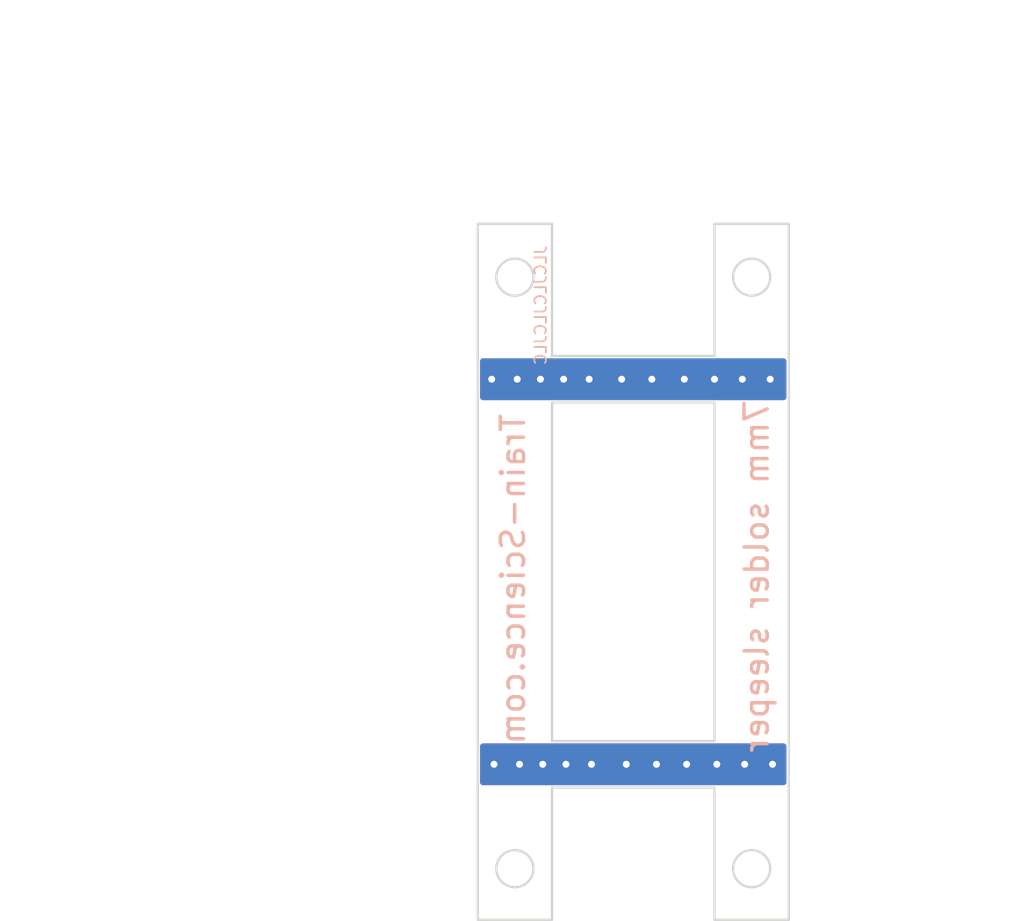
<source format=kicad_pcb>
(kicad_pcb (version 20221018) (generator pcbnew)

  (general
    (thickness 1.6)
  )

  (paper "A4")
  (layers
    (0 "F.Cu" signal)
    (31 "B.Cu" signal)
    (32 "B.Adhes" user "B.Adhesive")
    (33 "F.Adhes" user "F.Adhesive")
    (34 "B.Paste" user)
    (35 "F.Paste" user)
    (36 "B.SilkS" user "B.Silkscreen")
    (37 "F.SilkS" user "F.Silkscreen")
    (38 "B.Mask" user)
    (39 "F.Mask" user)
    (40 "Dwgs.User" user "User.Drawings")
    (41 "Cmts.User" user "User.Comments")
    (42 "Eco1.User" user "User.Eco1")
    (43 "Eco2.User" user "User.Eco2")
    (44 "Edge.Cuts" user)
    (45 "Margin" user)
    (46 "B.CrtYd" user "B.Courtyard")
    (47 "F.CrtYd" user "F.Courtyard")
    (48 "B.Fab" user)
    (49 "F.Fab" user)
    (50 "User.1" user)
    (51 "User.2" user)
    (52 "User.3" user)
    (53 "User.4" user)
    (54 "User.5" user)
    (55 "User.6" user)
    (56 "User.7" user)
    (57 "User.8" user)
    (58 "User.9" user)
  )

  (setup
    (pad_to_mask_clearance 0)
    (pcbplotparams
      (layerselection 0x00010fc_ffffffff)
      (plot_on_all_layers_selection 0x0000000_00000000)
      (disableapertmacros false)
      (usegerberextensions false)
      (usegerberattributes true)
      (usegerberadvancedattributes true)
      (creategerberjobfile true)
      (dashed_line_dash_ratio 12.000000)
      (dashed_line_gap_ratio 3.000000)
      (svgprecision 4)
      (plotframeref false)
      (viasonmask false)
      (mode 1)
      (useauxorigin false)
      (hpglpennumber 1)
      (hpglpenspeed 20)
      (hpglpendiameter 15.000000)
      (dxfpolygonmode true)
      (dxfimperialunits true)
      (dxfusepcbnewfont true)
      (psnegative false)
      (psa4output false)
      (plotreference true)
      (plotvalue true)
      (plotinvisibletext false)
      (sketchpadsonfab false)
      (subtractmaskfromsilk false)
      (outputformat 1)
      (mirror false)
      (drillshape 1)
      (scaleselection 1)
      (outputdirectory "")
    )
  )

  (net 0 "")
  (net 1 "GND")

  (gr_line (start 111.6 105.6) (end 111.6 106.6)
    (stroke (width 0.15) (type default)) (layer "Dwgs.User") (tstamp 07587a2e-e2d2-4a35-bdc6-5cee117ae427))
  (gr_line (start 111.6 105.6) (end 111.6 104.6)
    (stroke (width 0.15) (type default)) (layer "Dwgs.User") (tstamp 5637b983-51ce-4ca7-a7eb-1f335015a028))
  (gr_line (start 111.6 89) (end 111.6 88)
    (stroke (width 0.15) (type default)) (layer "Dwgs.User") (tstamp b4724b7e-8a79-4e3e-964a-412842a1ff7f))
  (gr_line (start 111.6 89) (end 111.6 90)
    (stroke (width 0.15) (type default)) (layer "Dwgs.User") (tstamp e2544062-1fa1-4506-94d8-a00d4ed3b924))
  (gr_line (start 111.6 104.6) (end 111.6 90)
    (stroke (width 0.1) (type default)) (layer "Edge.Cuts") (tstamp 0d1cc190-fc3a-4f1c-83a4-061c39946b4b))
  (gr_circle (center 110 84.6) (end 110.8 84.6)
    (stroke (width 0.1) (type default)) (fill none) (layer "Edge.Cuts") (tstamp 16bf7743-1fac-4166-b084-b3de1eaddf30))
  (gr_line (start 111.6 112.3) (end 108.4 112.3)
    (stroke (width 0.1) (type default)) (layer "Edge.Cuts") (tstamp 27addd7d-e973-4a05-beff-0f74945ad954))
  (gr_line (start 118.6 82.3) (end 121.8 82.3)
    (stroke (width 0.1) (type default)) (layer "Edge.Cuts") (tstamp 29c11a56-9e25-43cf-8cdb-a89c11a09860))
  (gr_circle (center 110 110.1) (end 110.8 110.1)
    (stroke (width 0.1) (type default)) (fill none) (layer "Edge.Cuts") (tstamp 30fc04eb-530b-4533-8ab8-be1160baa57e))
  (gr_line (start 108.4 82.3) (end 111.6 82.3)
    (stroke (width 0.1) (type default)) (layer "Edge.Cuts") (tstamp 313fbfe3-7b16-4bdf-8e12-74f808c14137))
  (gr_line (start 118.6 90) (end 118.6 104.6)
    (stroke (width 0.1) (type default)) (layer "Edge.Cuts") (tstamp 4405fa27-a26e-4db6-9637-38738bf4a1f8))
  (gr_line (start 111.6 106.6) (end 118.6 106.6)
    (stroke (width 0.1) (type default)) (layer "Edge.Cuts") (tstamp 48066470-e75c-4050-9fc1-a2ad64cfda3c))
  (gr_line (start 118.6 88) (end 118.6 82.3)
    (stroke (width 0.1) (type default)) (layer "Edge.Cuts") (tstamp 66dc9f63-1911-4043-8e0a-4844fef9920d))
  (gr_line (start 111.6 90) (end 118.6 90)
    (stroke (width 0.1) (type default)) (layer "Edge.Cuts") (tstamp 68c10f3d-e801-465e-852b-47aa6283ac02))
  (gr_circle (center 120.2 110.1) (end 121 110.1)
    (stroke (width 0.1) (type default)) (fill none) (layer "Edge.Cuts") (tstamp 6d28eb98-aa42-4ac5-a06a-86be7b13e1d6))
  (gr_line (start 111.6 88) (end 111.6 82.3)
    (stroke (width 0.1) (type default)) (layer "Edge.Cuts") (tstamp 731ce693-0df5-4461-a489-fba1c592d634))
  (gr_line (start 111.6 88) (end 118.6 88)
    (stroke (width 0.1) (type default)) (layer "Edge.Cuts") (tstamp 810ee817-da22-4a0d-b22b-5abb52b773b3))
  (gr_line (start 111.6 104.6) (end 118.6 104.6)
    (stroke (width 0.1) (type default)) (layer "Edge.Cuts") (tstamp 832dd93d-f8f7-4824-9ea7-5c2c5c725882))
  (gr_line (start 111.6 106.6) (end 111.6 112.3)
    (stroke (width 0.1) (type default)) (layer "Edge.Cuts") (tstamp 893033c7-3088-4768-906e-9614f7a949c0))
  (gr_circle (center 120.2 84.6) (end 121 84.6)
    (stroke (width 0.1) (type default)) (fill none) (layer "Edge.Cuts") (tstamp 96cc5766-b336-49f1-bdee-6fcb763da4d8))
  (gr_line (start 121.8 112.3) (end 118.6 112.3)
    (stroke (width 0.1) (type default)) (layer "Edge.Cuts") (tstamp c0799a7a-8a8d-4aee-ad32-4fefd3e8784a))
  (gr_line (start 121.8 82.3) (end 121.8 112.3)
    (stroke (width 0.1) (type default)) (layer "Edge.Cuts") (tstamp c6e65dca-d797-4be9-b65c-d628f76dc569))
  (gr_line (start 108.4 112.3) (end 108.4 82.3)
    (stroke (width 0.1) (type default)) (layer "Edge.Cuts") (tstamp dc663834-904a-4b12-9bd0-51381c00d35f))
  (gr_line (start 118.6 112.3) (end 118.6 106.6)
    (stroke (width 0.1) (type default)) (layer "Edge.Cuts") (tstamp e1709324-0bda-4714-9477-9faab4b88899))
  (gr_text "7mm solder sleeper" (at 121 89.8 90) (layer "B.SilkS") (tstamp 2c7b17fd-ae9b-4cc0-b26b-1ee23b748973)
    (effects (font (size 1 1) (thickness 0.15)) (justify left bottom mirror))
  )
  (gr_text "Train-Science.com" (at 110.5 90.4 90) (layer "B.SilkS") (tstamp 529848b1-8df6-4f2c-b28b-a1403cdbbc75)
    (effects (font (size 1 1) (thickness 0.15)) (justify left bottom mirror))
  )
  (gr_text "JLCJLCJLCJLC" (at 111.4 83.2 90) (layer "B.SilkS") (tstamp c439ac8a-755c-443e-a2e6-e2753b4438cb)
    (effects (font (size 0.5 0.5) (thickness 0.075)) (justify left bottom mirror))
  )
  (dimension (type orthogonal) (layer "Dwgs.User") (tstamp 46b50b83-6f4e-4957-9757-6ca9c089e29c)
    (pts (xy 118.6 106.6) (xy 118.6 104.6))
    (height 7.2)
    (orientation 1)
    (gr_text "2,0000 mm" (at 127.2 105.2 90) (layer "Dwgs.User") (tstamp 46b50b83-6f4e-4957-9757-6ca9c089e29c)
      (effects (font (size 1 1) (thickness 0.15)))
    )
    (format (prefix "") (suffix "") (units 3) (units_format 1) (precision 4))
    (style (thickness 0.15) (arrow_length 1.27) (text_position_mode 2) (extension_height 0.58642) (extension_offset 0.5) keep_text_aligned)
  )
  (dimension (type orthogonal) (layer "Dwgs.User") (tstamp 51276db1-0ddc-4876-8e6a-533971a31354)
    (pts (xy 108.4 105.6) (xy 108.4 89))
    (height -14.5)
    (orientation 1)
    (gr_text "16,6000 mm" (at 92.75 97.3 90) (layer "Dwgs.User") (tstamp 51276db1-0ddc-4876-8e6a-533971a31354)
      (effects (font (size 1 1) (thickness 0.15)))
    )
    (format (prefix "") (suffix "") (units 3) (units_format 1) (precision 4))
    (style (thickness 0.15) (arrow_length 1.27) (text_position_mode 0) (extension_height 0.58642) (extension_offset 0.5) keep_text_aligned)
  )
  (dimension (type orthogonal) (layer "Dwgs.User") (tstamp 6780ff2c-0dd5-45e2-9afb-7907271109a1)
    (pts (xy 111.6 82.3) (xy 118.6 82.3))
    (height -5.4)
    (orientation 0)
    (gr_text "7,0000 mm" (at 113.5 73.5) (layer "Dwgs.User") (tstamp 6780ff2c-0dd5-45e2-9afb-7907271109a1)
      (effects (font (size 1 1) (thickness 0.15)))
    )
    (format (prefix "") (suffix "") (units 3) (units_format 1) (precision 4))
    (style (thickness 0.15) (arrow_length 1.27) (text_position_mode 2) (extension_height 0.58642) (extension_offset 0.5) keep_text_aligned)
  )
  (dimension (type orthogonal) (layer "Dwgs.User") (tstamp 74f9601c-747d-461e-b5c1-f9acf46cd5bd)
    (pts (xy 108.4 82.3) (xy 111.6 82.3))
    (height -5.2)
    (orientation 0)
    (gr_text "3,2000 mm" (at 105.8 75.2) (layer "Dwgs.User") (tstamp 74f9601c-747d-461e-b5c1-f9acf46cd5bd)
      (effects (font (size 1 1) (thickness 0.15)))
    )
    (format (prefix "") (suffix "") (units 3) (units_format 1) (precision 4))
    (style (thickness 0.15) (arrow_length 1.27) (text_position_mode 2) (extension_height 0.58642) (extension_offset 0.5) keep_text_aligned)
  )
  (dimension (type orthogonal) (layer "Dwgs.User") (tstamp 81bcee33-4609-4f8c-838e-3b0c8ffa12cb)
    (pts (xy 118.6 90) (xy 118.6 88))
    (height 7.3)
    (orientation 1)
    (gr_text "2,0000 mm" (at 127.5 89 90) (layer "Dwgs.User") (tstamp 81bcee33-4609-4f8c-838e-3b0c8ffa12cb)
      (effects (font (size 1 1) (thickness 0.15)))
    )
    (format (prefix "") (suffix "") (units 3) (units_format 1) (precision 4))
    (style (thickness 0.15) (arrow_length 1.27) (text_position_mode 2) (extension_height 0.58642) (extension_offset 0.5) keep_text_aligned)
  )
  (dimension (type orthogonal) (layer "Dwgs.User") (tstamp 8c1236a5-d14b-4922-8afc-562d305caeac)
    (pts (xy 110.2 82.3) (xy 110.2 89))
    (height -16.4)
    (orientation 1)
    (gr_text "6,7000 mm" (at 92.65 85.65 90) (layer "Dwgs.User") (tstamp 8c1236a5-d14b-4922-8afc-562d305caeac)
      (effects (font (size 1 1) (thickness 0.15)))
    )
    (format (prefix "") (suffix "") (units 3) (units_format 1) (precision 4))
    (style (thickness 0.15) (arrow_length 1.27) (text_position_mode 0) (extension_height 0.58642) (extension_offset 0.5) keep_text_aligned)
  )
  (dimension (type orthogonal) (layer "Dwgs.User") (tstamp bcf29efd-68a9-4de8-a227-17fa40c64e92)
    (pts (xy 108.6 112.3) (xy 109.1 105.6))
    (height -14.6)
    (orientation 1)
    (gr_text "6,7000 mm" (at 92.85 108.95 90) (layer "Dwgs.User") (tstamp bcf29efd-68a9-4de8-a227-17fa40c64e92)
      (effects (font (size 1 1) (thickness 0.15)))
    )
    (format (prefix "") (suffix "") (units 3) (units_format 1) (precision 4))
    (style (thickness 0.15) (arrow_length 1.27) (text_position_mode 0) (extension_height 0.58642) (extension_offset 0.5) keep_text_aligned)
  )
  (dimension (type orthogonal) (layer "Dwgs.User") (tstamp d14a613a-964c-4316-827a-878b8b54cc1f)
    (pts (xy 118.6 82.3) (xy 121.8 82.3))
    (height -5.4)
    (orientation 0)
    (gr_text "3,2000 mm" (at 123.3 75.5) (layer "Dwgs.User") (tstamp d14a613a-964c-4316-827a-878b8b54cc1f)
      (effects (font (size 1 1) (thickness 0.15)))
    )
    (format (prefix "") (suffix "") (units 3) (units_format 1) (precision 4))
    (style (thickness 0.15) (arrow_length 1.27) (text_position_mode 2) (extension_height 0.58642) (extension_offset 0.5) keep_text_aligned)
  )

  (via (at 110.2 105.6) (size 0.5) (drill 0.3) (layers "F.Cu" "B.Cu") (free) (net 1) (tstamp 07a65875-beee-4f82-af2b-2af44e106ae6))
  (via (at 112.1 89) (size 0.5) (drill 0.3) (layers "F.Cu" "B.Cu") (free) (net 1) (tstamp 1302dc51-988d-4404-9b26-1e1a108816df))
  (via (at 117.3 89) (size 0.5) (drill 0.3) (layers "F.Cu" "B.Cu") (free) (net 1) (tstamp 13c86a2d-84c4-45dc-ac00-a3576e6f213d))
  (via (at 119.9 105.6) (size 0.5) (drill 0.3) (layers "F.Cu" "B.Cu") (free) (net 1) (tstamp 1c4f3d0e-a66a-4690-bfeb-58a3d36eabd8))
  (via (at 114.8 105.6) (size 0.5) (drill 0.3) (layers "F.Cu" "B.Cu") (free) (net 1) (tstamp 1d177fa6-c5a5-457a-9723-ffeaa5028a03))
  (via (at 116.1 105.6) (size 0.5) (drill 0.3) (layers "F.Cu" "B.Cu") (free) (net 1) (tstamp 1f25d746-8352-4c1c-9731-e11c5dec9587))
  (via (at 118.7 105.6) (size 0.5) (drill 0.3) (layers "F.Cu" "B.Cu") (free) (net 1) (tstamp 33367ac9-9e3b-4fac-830d-55c3b39a6ad8))
  (via (at 109 89) (size 0.5) (drill 0.3) (layers "F.Cu" "B.Cu") (free) (net 1) (tstamp 50ff2002-89e8-4f44-8ca8-b69dc4840706))
  (via (at 111.2 105.6) (size 0.5) (drill 0.3) (layers "F.Cu" "B.Cu") (free) (net 1) (tstamp 67aa9930-9a56-4fd8-8d52-54cec980aed3))
  (via (at 117.4 105.6) (size 0.5) (drill 0.3) (layers "F.Cu" "B.Cu") (free) (net 1) (tstamp 689f893e-e25d-4d23-94ea-790bc75e62ed))
  (via (at 119.8 89) (size 0.5) (drill 0.3) (layers "F.Cu" "B.Cu") (free) (net 1) (tstamp 69c5a38a-5108-440b-ad74-e54e2c7bc7e2))
  (via (at 111.1 89) (size 0.5) (drill 0.3) (layers "F.Cu" "B.Cu") (free) (net 1) (tstamp 7e6ccf14-348d-49a2-8929-3481379b5764))
  (via (at 118.6 89) (size 0.5) (drill 0.3) (layers "F.Cu" "B.Cu") (free) (net 1) (tstamp 878bbcdb-2982-4290-8f9d-144f5674c46b))
  (via (at 113.3 105.6) (size 0.5) (drill 0.3) (layers "F.Cu" "B.Cu") (free) (net 1) (tstamp 97f64036-6b22-46ef-9a96-a0dc0a0721df))
  (via (at 114.6 89) (size 0.5) (drill 0.3) (layers "F.Cu" "B.Cu") (free) (net 1) (tstamp 987fcb8d-85f8-4df8-92f2-e16a928ece38))
  (via (at 113.2 89) (size 0.5) (drill 0.3) (layers "F.Cu" "B.Cu") (free) (net 1) (tstamp b41e195a-a41d-4d21-aa86-ef09a92c892f))
  (via (at 121.1 105.6) (size 0.5) (drill 0.3) (layers "F.Cu" "B.Cu") (free) (net 1) (tstamp bf52903a-f9c1-4a35-a27b-26c4fc313a1f))
  (via (at 115.9 89) (size 0.5) (drill 0.3) (layers "F.Cu" "B.Cu") (free) (net 1) (tstamp c20e924f-70c1-42a4-826e-d49a2508208a))
  (via (at 112.2 105.6) (size 0.5) (drill 0.3) (layers "F.Cu" "B.Cu") (free) (net 1) (tstamp ce4f7be5-3264-45f3-bf1b-deb2aa790e96))
  (via (at 109.1 105.6) (size 0.5) (drill 0.3) (layers "F.Cu" "B.Cu") (free) (net 1) (tstamp cec5e9d9-d132-4b0c-88e6-d94112e42940))
  (via (at 121 89) (size 0.5) (drill 0.3) (layers "F.Cu" "B.Cu") (free) (net 1) (tstamp de3614ea-b950-4765-bd1f-d7a1551a325f))
  (via (at 110.1 89) (size 0.5) (drill 0.3) (layers "F.Cu" "B.Cu") (free) (net 1) (tstamp fc04e3c7-7784-4f3b-9318-72137e37d896))

  (zone (net 1) (net_name "GND") (layers "F&B.Cu") (tstamp 0dd7b0b4-dbf2-4d0a-80b9-f4881d26f059) (hatch edge 0.5)
    (connect_pads (clearance 0.5))
    (min_thickness 0.25) (filled_areas_thickness no)
    (fill yes (thermal_gap 0.5) (thermal_bridge_width 0.5) (island_removal_mode 1) (island_area_min 10))
    (polygon
      (pts
        (xy 108.5 88.1)
        (xy 108.5 89.9)
        (xy 121.7 89.9)
        (xy 121.7 88.1)
      )
    )
    (filled_polygon
      (layer "F.Cu")
      (pts
        (xy 121.643039 88.119685)
        (xy 121.688794 88.172489)
        (xy 121.7 88.224)
        (xy 121.7 89.776)
        (xy 121.680315 89.843039)
        (xy 121.627511 89.888794)
        (xy 121.576 89.9)
        (xy 108.624 89.9)
        (xy 108.556961 89.880315)
        (xy 108.511206 89.827511)
        (xy 108.5 89.776)
        (xy 108.5 88.224)
        (xy 108.519685 88.156961)
        (xy 108.572489 88.111206)
        (xy 108.624 88.1)
        (xy 121.576 88.1)
      )
    )
    (filled_polygon
      (layer "B.Cu")
      (pts
        (xy 121.643039 88.119685)
        (xy 121.688794 88.172489)
        (xy 121.7 88.224)
        (xy 121.7 89.776)
        (xy 121.680315 89.843039)
        (xy 121.627511 89.888794)
        (xy 121.576 89.9)
        (xy 108.624 89.9)
        (xy 108.556961 89.880315)
        (xy 108.511206 89.827511)
        (xy 108.5 89.776)
        (xy 108.5 88.224)
        (xy 108.519685 88.156961)
        (xy 108.572489 88.111206)
        (xy 108.624 88.1)
        (xy 121.576 88.1)
      )
    )
  )
  (zone (net 1) (net_name "GND") (layers "F&B.Cu") (tstamp 7fed4f65-050d-47cd-a160-1c419f78f204) (hatch edge 0.5)
    (connect_pads (clearance 0.5))
    (min_thickness 0.25) (filled_areas_thickness no)
    (fill yes (thermal_gap 0.5) (thermal_bridge_width 0.5) (island_removal_mode 1) (island_area_min 10))
    (polygon
      (pts
        (xy 108.5 104.7)
        (xy 108.5 106.5)
        (xy 121.7 106.5)
        (xy 121.7 104.7)
      )
    )
    (filled_polygon
      (layer "F.Cu")
      (pts
        (xy 121.643039 104.719685)
        (xy 121.688794 104.772489)
        (xy 121.7 104.824)
        (xy 121.7 106.376)
        (xy 121.680315 106.443039)
        (xy 121.627511 106.488794)
        (xy 121.576 106.5)
        (xy 108.624 106.5)
        (xy 108.556961 106.480315)
        (xy 108.511206 106.427511)
        (xy 108.5 106.376)
        (xy 108.5 104.824)
        (xy 108.519685 104.756961)
        (xy 108.572489 104.711206)
        (xy 108.624 104.7)
        (xy 121.576 104.7)
      )
    )
    (filled_polygon
      (layer "B.Cu")
      (pts
        (xy 121.643039 104.719685)
        (xy 121.688794 104.772489)
        (xy 121.7 104.824)
        (xy 121.7 106.376)
        (xy 121.680315 106.443039)
        (xy 121.627511 106.488794)
        (xy 121.576 106.5)
        (xy 108.624 106.5)
        (xy 108.556961 106.480315)
        (xy 108.511206 106.427511)
        (xy 108.5 106.376)
        (xy 108.5 104.824)
        (xy 108.519685 104.756961)
        (xy 108.572489 104.711206)
        (xy 108.624 104.7)
        (xy 121.576 104.7)
      )
    )
  )
  (zone (net 0) (net_name "") (layer "F.Mask") (tstamp 9b510103-56f1-44dd-a45f-9c5573ba525a) (hatch full 0.5)
    (connect_pads (clearance 0.5))
    (min_thickness 0.25) (filled_areas_thickness no)
    (fill yes (thermal_gap 0.5) (thermal_bridge_width 0.5) (island_removal_mode 1) (island_area_min 10))
    (polygon
      (pts
        (xy 108.6 88.2)
        (xy 121.6 88.2)
        (xy 121.6 89.8)
        (xy 108.6 89.8)
      )
    )
    (filled_polygon
      (layer "F.Mask")
      (island)
      (pts
        (xy 121.543039 88.219685)
        (xy 121.588794 88.272489)
        (xy 121.6 88.324)
        (xy 121.6 89.676)
        (xy 121.580315 89.743039)
        (xy 121.527511 89.788794)
        (xy 121.476 89.8)
        (xy 108.724 89.8)
        (xy 108.656961 89.780315)
        (xy 108.611206 89.727511)
        (xy 108.6 89.676)
        (xy 108.6 88.324)
        (xy 108.619685 88.256961)
        (xy 108.672489 88.211206)
        (xy 108.724 88.2)
        (xy 121.476 88.2)
      )
    )
  )
  (zone (net 0) (net_name "") (layer "F.Mask") (tstamp 9d5680a5-467b-49db-8ae9-3dbc9cf1ab86) (hatch full 0.5)
    (connect_pads (clearance 0.5))
    (min_thickness 0.25) (filled_areas_thickness no)
    (fill yes (thermal_gap 0.5) (thermal_bridge_width 0.5) (island_removal_mode 1) (island_area_min 10))
    (polygon
      (pts
        (xy 108.6 104.8)
        (xy 121.6 104.8)
        (xy 121.6 106.4)
        (xy 108.6 106.4)
      )
    )
    (filled_polygon
      (layer "F.Mask")
      (island)
      (pts
        (xy 121.543039 104.819685)
        (xy 121.588794 104.872489)
        (xy 121.6 104.924)
        (xy 121.6 106.276)
        (xy 121.580315 106.343039)
        (xy 121.527511 106.388794)
        (xy 121.476 106.4)
        (xy 108.724 106.4)
        (xy 108.656961 106.380315)
        (xy 108.611206 106.327511)
        (xy 108.6 106.276)
        (xy 108.6 104.924)
        (xy 108.619685 104.856961)
        (xy 108.672489 104.811206)
        (xy 108.724 104.8)
        (xy 121.476 104.8)
      )
    )
  )
)

</source>
